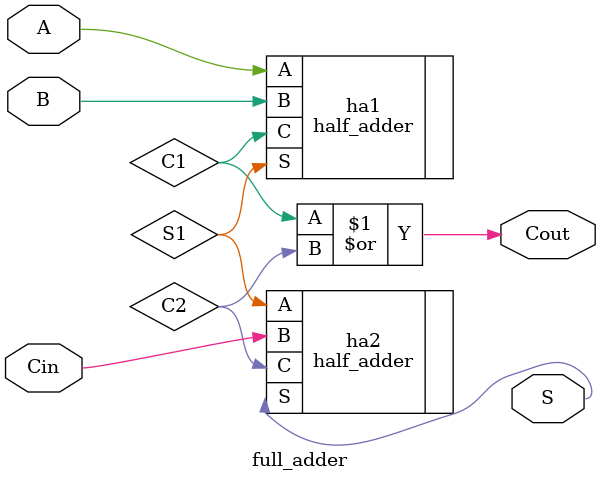
<source format=v>
`timescale 1ns / 1ps

module full_adder(A,B,Cin,S,Cout);
	
	input A;
	input B;
	input Cin;
	
	output S;
	output Cout;
	
	wire S1;
	wire C1;
	wire C2;
	
	half_adder ha1 (
		.A(A),
		.B(B),
		.S(S1),
		.C(C1)
	);
	
	half_adder ha2 (
		.A(S1),
		.B(Cin),
		.S(S),
		.C(C2)
	);
	
	assign Cout = C1 | C2;
	endmodule 
		
</source>
